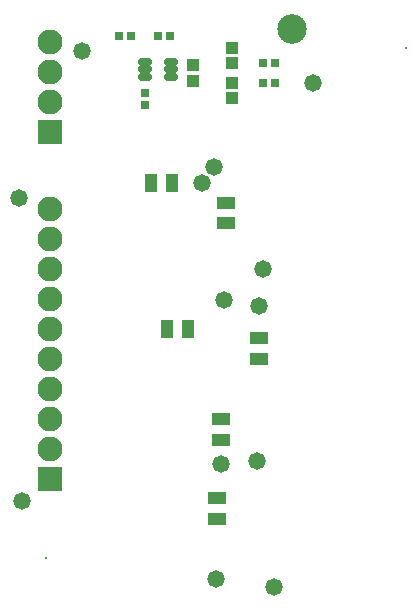
<source format=gts>
G04 Layer_Color=8388736*
%FSAX24Y24*%
%MOIN*%
G70*
G01*
G75*
%ADD20C,0.0984*%
G04:AMPARAMS|DCode=44|XSize=23.7mil|YSize=43.4mil|CornerRadius=6mil|HoleSize=0mil|Usage=FLASHONLY|Rotation=90.000|XOffset=0mil|YOffset=0mil|HoleType=Round|Shape=RoundedRectangle|*
%AMROUNDEDRECTD44*
21,1,0.0237,0.0315,0,0,90.0*
21,1,0.0118,0.0434,0,0,90.0*
1,1,0.0119,0.0157,0.0059*
1,1,0.0119,0.0157,-0.0059*
1,1,0.0119,-0.0157,-0.0059*
1,1,0.0119,-0.0157,0.0059*
%
%ADD44ROUNDEDRECTD44*%
%ADD45R,0.0434X0.0395*%
%ADD46R,0.0316X0.0277*%
%ADD47R,0.0277X0.0316*%
%ADD48R,0.0415X0.0631*%
%ADD49R,0.0631X0.0415*%
%ADD50C,0.0830*%
%ADD51R,0.0830X0.0830*%
%ADD52C,0.0080*%
%ADD53C,0.0580*%
D20*
X009700Y019150D02*
D03*
D44*
X005683Y017800D02*
D03*
Y017544D02*
D03*
X004817Y018056D02*
D03*
Y017800D02*
D03*
Y017544D02*
D03*
X005683Y018056D02*
D03*
D45*
X007700Y016844D02*
D03*
Y017356D02*
D03*
Y018506D02*
D03*
Y017994D02*
D03*
X006400Y017931D02*
D03*
Y017419D02*
D03*
D46*
X004800Y016603D02*
D03*
Y016997D02*
D03*
D47*
X003953Y018900D02*
D03*
X004347D02*
D03*
X005650D02*
D03*
X005256D02*
D03*
X009147Y018000D02*
D03*
X008753D02*
D03*
X009147Y017350D02*
D03*
X008753D02*
D03*
D48*
X005700Y014000D02*
D03*
X005011D02*
D03*
X006250Y009150D02*
D03*
X005561D02*
D03*
D49*
X007350Y005450D02*
D03*
Y006139D02*
D03*
X007500Y013350D02*
D03*
Y012661D02*
D03*
X008600Y008839D02*
D03*
Y008150D02*
D03*
X007200Y002811D02*
D03*
Y003500D02*
D03*
D50*
X001650Y017700D02*
D03*
Y016700D02*
D03*
Y018700D02*
D03*
Y013150D02*
D03*
Y006150D02*
D03*
Y009150D02*
D03*
Y005150D02*
D03*
Y011150D02*
D03*
Y010150D02*
D03*
Y007150D02*
D03*
Y008150D02*
D03*
Y012150D02*
D03*
D51*
Y015700D02*
D03*
Y004150D02*
D03*
D52*
X001500Y001500D02*
D03*
X013500Y018500D02*
D03*
D53*
X002700Y018400D02*
D03*
X000600Y013500D02*
D03*
X000700Y003400D02*
D03*
X008550Y004750D02*
D03*
X009100Y000550D02*
D03*
X008750Y011150D02*
D03*
X008600Y009900D02*
D03*
X006700Y014000D02*
D03*
X007100Y014550D02*
D03*
X007186Y000814D02*
D03*
X010400Y017350D02*
D03*
X007450Y010100D02*
D03*
X007350Y004650D02*
D03*
M02*

</source>
